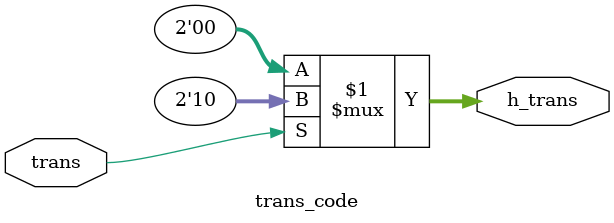
<source format=sv>
module trans_code(
    input logic trans,
    output logic[1:0] h_trans
);
    assign h_trans = trans ? 2'b10 : 2'b00;
endmodule

</source>
